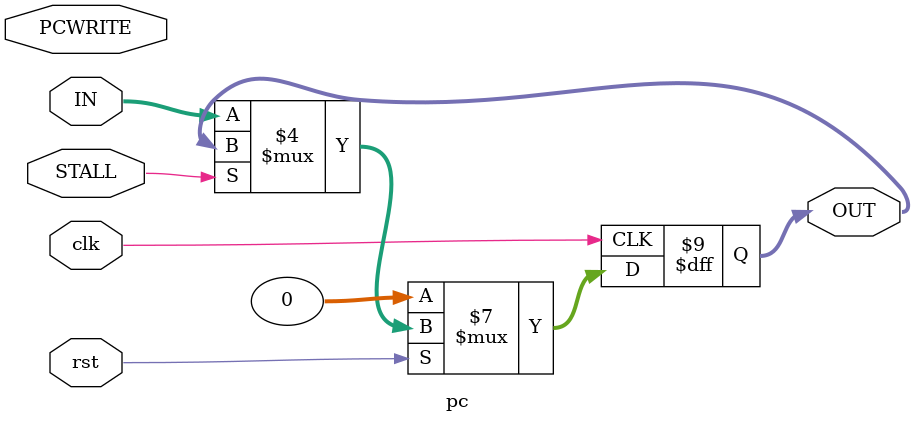
<source format=sv>
module pc #(parameter WIDTH=32)(
    input wire clk, rst,
    input wire STALL,
    input wire PCWRITE,
    input wire [WIDTH-1:0]  IN,
    output reg [WIDTH-1:0] OUT
);

always_ff @(posedge clk) begin

if(!rst) OUT<={WIDTH{1'b0}};
else begin
if(!STALL) OUT<=IN;
end

end
    
endmodule

</source>
